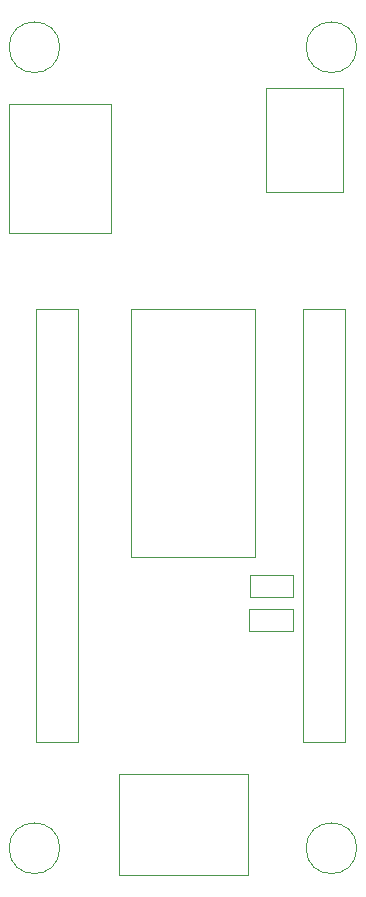
<source format=gbr>
%TF.GenerationSoftware,KiCad,Pcbnew,7.0.2-0*%
%TF.CreationDate,2023-12-19T13:36:21-05:00*%
%TF.ProjectId,Turbidity_v11,54757262-6964-4697-9479-5f7631312e6b,11*%
%TF.SameCoordinates,Original*%
%TF.FileFunction,Other,User*%
%FSLAX46Y46*%
G04 Gerber Fmt 4.6, Leading zero omitted, Abs format (unit mm)*
G04 Created by KiCad (PCBNEW 7.0.2-0) date 2023-12-19 13:36:21*
%MOMM*%
%LPD*%
G01*
G04 APERTURE LIST*
%ADD10C,0.050000*%
G04 APERTURE END LIST*
D10*
%TO.C,R1*%
X156901000Y-109535000D02*
X153201000Y-109535000D01*
X156901000Y-107635000D02*
X156901000Y-109535000D01*
X153201000Y-109535000D02*
X153201000Y-107635000D01*
X153201000Y-107635000D02*
X156901000Y-107635000D01*
%TO.C,REF\u002A\u002A*%
X137151000Y-127889000D02*
G75*
G03*
X137151000Y-127889000I-2150000J0D01*
G01*
%TO.C,IC1*%
X143213000Y-82200000D02*
X153713000Y-82200000D01*
X143213000Y-103220000D02*
X143213000Y-82200000D01*
X153713000Y-82200000D02*
X153713000Y-103220000D01*
X153713000Y-103220000D02*
X143213000Y-103220000D01*
%TO.C,J4*%
X157712000Y-82274000D02*
X161262000Y-82274000D01*
X157712000Y-118874000D02*
X157712000Y-82274000D01*
X161262000Y-82274000D02*
X161262000Y-118874000D01*
X161262000Y-118874000D02*
X157712000Y-118874000D01*
%TO.C,REF\u002A\u002A*%
X162297000Y-60071000D02*
G75*
G03*
X162297000Y-60071000I-2150000J0D01*
G01*
%TO.C,J3*%
X132860000Y-75808000D02*
X141460000Y-75808000D01*
X141460000Y-75808000D02*
X141460000Y-64908000D01*
X132860000Y-64908000D02*
X132860000Y-75808000D01*
X141460000Y-64908000D02*
X132860000Y-64908000D01*
%TO.C,J1*%
X161161800Y-63521600D02*
X154601800Y-63521600D01*
X154601800Y-63521600D02*
X154601800Y-72321600D01*
X161161800Y-72321600D02*
X161161800Y-63521600D01*
X154601800Y-72321600D02*
X161161800Y-72321600D01*
%TO.C,REF\u002A\u002A*%
X137151000Y-60071000D02*
G75*
G03*
X137151000Y-60071000I-2150000J0D01*
G01*
%TO.C,J2*%
X153074800Y-130182400D02*
X153074800Y-121582400D01*
X153074800Y-121582400D02*
X142174800Y-121582400D01*
X142174800Y-130182400D02*
X153074800Y-130182400D01*
X142174800Y-121582400D02*
X142174800Y-130182400D01*
%TO.C,R2*%
X156933000Y-106614000D02*
X153233000Y-106614000D01*
X156933000Y-104714000D02*
X156933000Y-106614000D01*
X153233000Y-106614000D02*
X153233000Y-104714000D01*
X153233000Y-104714000D02*
X156933000Y-104714000D01*
%TO.C,J5*%
X135106000Y-82274000D02*
X138656000Y-82274000D01*
X135106000Y-118874000D02*
X135106000Y-82274000D01*
X138656000Y-82274000D02*
X138656000Y-118874000D01*
X138656000Y-118874000D02*
X135106000Y-118874000D01*
%TO.C,REF\u002A\u002A*%
X162297000Y-127889000D02*
G75*
G03*
X162297000Y-127889000I-2150000J0D01*
G01*
%TD*%
M02*

</source>
